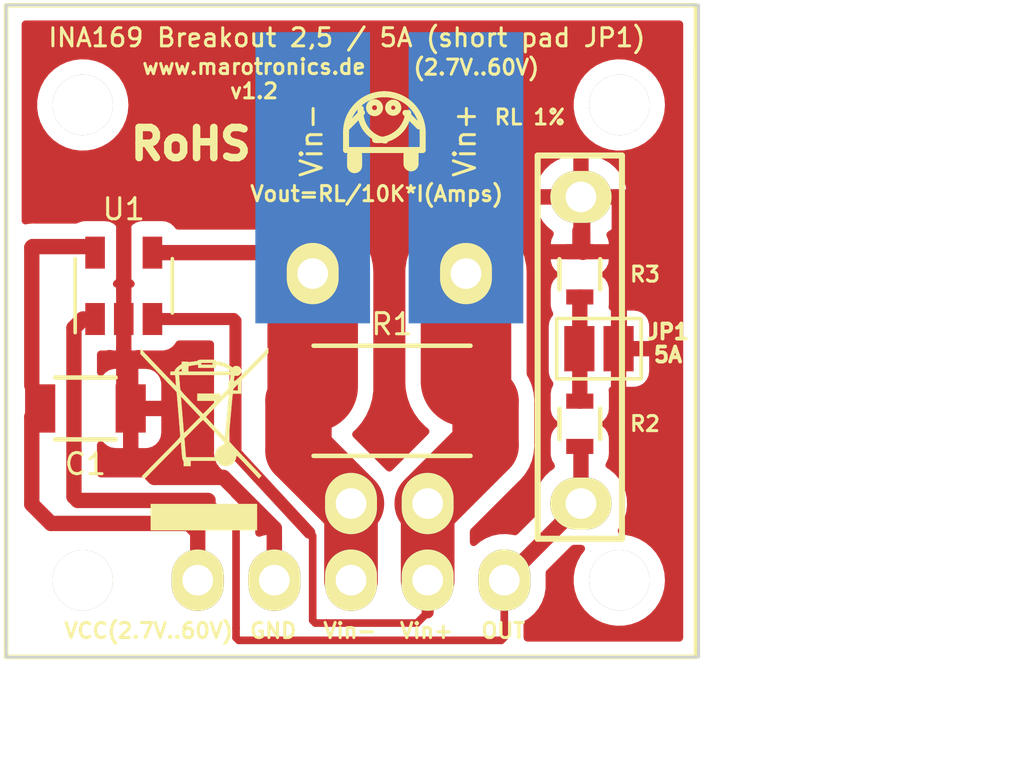
<source format=kicad_pcb>
(kicad_pcb (version 20210424) (generator pcbnew)
  (title_block (title "INA169_StromSensor") (date "2021-05-04") (rev "V1.2") (company "Uwe Zimprich"))
  (layers (0 "F.Cu" signal) (31 "B.Cu" signal) (34 "B.Paste" user) (35 "F.Paste" user) (36 "B.SilkS" user "B.Silkscreen") (37 "F.SilkS" user "F.Silkscreen") (38 "B.Mask" user) (39 "F.Mask" user) (44 "Edge.Cuts" user))
  (net 0 "")
  (net 1 "GND")
  (net 2 "/VCC")
  (net 3 "/Out")
  (net 4 "/Vin-")
  (net 5 "/Vin+")
  (net 6 "Net-(JP1-Pad1)")
  (footprint "Capacitors_SMD:C_1206" (layer "F.Cu") (at 139.192 105.156)
    (fp_text reference "C1" (at 0 1.8415) (layer "F.SilkS") (effects (font (size 0.7 0.7) (thickness 0.1))))
    (fp_text value "0.1uF" hide)
    (fp_line (start -1 1.025) (end 1 1.025) (layer "F.SilkS") (width 0.15))
    (fp_line (start 1 -1.025) (end -1 -1.025) (layer "F.SilkS") (width 0.15))
    (pad "1" smd rect locked (at -1.5 0) (size 1 1.6) (layers "F.Cu" "F.Paste" "F.Mask") (net 2 "/VCC"))
    (pad "2" smd rect locked (at 1.5 0) (size 1 1.6) (layers "F.Cu" "F.Paste" "F.Mask") (net 1 "GND"))
  )
  (footprint "Resistors_SMD:R_2512" (layer "F.Cu") (at 149.352 104.902 180)
    (fp_text reference "R1" (at 0 2.54) (layer "F.SilkS") (effects (font (size 0.7 0.7) (thickness 0.1))))
    (fp_text value "0.1 1% 2W" hide)
    (fp_line (start 2.6 1.825) (end -2.6 1.825) (layer "F.SilkS") (width 0.15))
    (fp_line (start -2.6 -1.825) (end 2.6 -1.825) (layer "F.SilkS") (width 0.15))
    (pad "1" smd rect locked (at -3.1 0 180) (size 1 3.2) (layers "F.Cu" "F.Paste" "F.Mask") (net 5 "/Vin+"))
    (pad "2" smd rect locked (at 3.1 0 180) (size 1 3.2) (layers "F.Cu" "F.Paste" "F.Mask") (net 4 "/Vin-"))
  )
  (footprint "Resistors_SMD:R_0603" (layer "F.Cu") (at 155.575 105.664 90)
    (fp_text reference "R2" (at 0 2.159) (layer "F.SilkS") (effects (font (size 0.5 0.5) (thickness 0.1))))
    (fp_text value "10K 1%" hide)
    (fp_line (start -0.5 -0.675) (end 0.5 -0.675) (layer "F.SilkS") (width 0.15))
    (fp_line (start 0.5 0.675) (end -0.5 0.675) (layer "F.SilkS") (width 0.15))
    (pad "1" smd rect locked (at -0.75 0 90) (size 0.5 0.9) (layers "F.Cu" "F.Paste" "F.Mask") (net 3 "/Out"))
    (pad "2" smd rect locked (at 0.75 0 90) (size 0.5 0.9) (layers "F.Cu" "F.Paste" "F.Mask") (net 6 "Net-(JP1-Pad1)"))
  )
  (footprint "Resistors_SMD:R_0603" (layer "F.Cu") (at 155.575 100.711 90)
    (fp_text reference "R3" (at 0 2.159) (layer "F.SilkS") (effects (font (size 0.5 0.5) (thickness 0.1))))
    (fp_text value "10K 1%" hide)
    (fp_line (start 0.5 0.675) (end -0.5 0.675) (layer "F.SilkS") (width 0.15))
    (fp_line (start -0.5 -0.675) (end 0.5 -0.675) (layer "F.SilkS") (width 0.15))
    (pad "1" smd rect locked (at -0.75 0 90) (size 0.5 0.9) (layers "F.Cu" "F.Paste" "F.Mask") (net 6 "Net-(JP1-Pad1)"))
    (pad "2" smd rect locked (at 0.75 0 90) (size 0.5 0.9) (layers "F.Cu" "F.Paste" "F.Mask") (net 1 "GND"))
  )
  (footprint "TO_SOT_Packages_SMD:SOT-23-5" (layer "F.Cu") (at 140.462 101.092 90)
    (fp_text reference "U1" (at 2.54 0) (layer "F.SilkS") (effects (font (size 0.7 0.7) (thickness 0.1))))
    (fp_text value "INA169_IC" hide)
    (fp_line (start 0.9 -1.61) (end -1.55 -1.61) (layer "F.SilkS") (width 0.12))
    (fp_line (start -0.9 1.61) (end 0.9 1.61) (layer "F.SilkS") (width 0.12))
    (pad "1" smd rect locked (at -1.1 -0.95 90) (size 1.06 0.65) (layers "F.Cu" "F.Paste" "F.Mask") (net 3 "/Out"))
    (pad "2" smd rect locked (at -1.1 0 90) (size 1.06 0.65) (layers "F.Cu" "F.Paste" "F.Mask") (net 1 "GND"))
    (pad "3" smd rect locked (at -1.1 0.95 90) (size 1.06 0.65) (layers "F.Cu" "F.Paste" "F.Mask") (net 5 "/Vin+"))
    (pad "4" smd rect locked (at 1.1 0.95 90) (size 1.06 0.65) (layers "F.Cu" "F.Paste" "F.Mask") (net 4 "/Vin-"))
    (pad "5" smd rect locked (at 1.1 -0.95 90) (size 1.06 0.65) (layers "F.Cu" "F.Paste" "F.Mask") (net 2 "/VCC"))
  )
  (footprint "Zimprich:ina169_breakout_footprint_mit_unterem_Lötpad" (layer "F.Cu") (at 147.9931 103.2256)
    (fp_text reference "J1" hide)
    (fp_text value "INA169 Breakout 2,5 / 5A (short pad JP1)" (at -0.137145 -10.35925) (layer "F.SilkS") (effects (font (size 0.6 0.6) (thickness 0.1))))
    (fp_line (start 11.43 -8.89) (end 11.43 -10.16) (layer "F.SilkS") (width 0.15))
    (fp_line (start 11.43 10.16) (end -11.43 10.16) (layer "F.SilkS") (width 0.15))
    (fp_line (start 11.43 10.16) (end 11.43 -8.89) (layer "F.SilkS") (width 0.15))
    (fp_line (start -11.43 -8.89) (end -11.43 -11.43) (layer "F.SilkS") (width 0.15))
    (fp_line (start -11.43 -11.43) (end 11.43 -11.43) (layer "F.SilkS") (width 0.15))
    (fp_line (start -11.43 -8.89) (end -11.43 10.16) (layer "F.SilkS") (width 0.15))
    (fp_line (start 11.43 -11.43) (end 11.43 -8.89) (layer "F.SilkS") (width 0.15))
    (pad "" thru_hole circle locked (at 8.89 7.62) (size 2 2) (drill 2) (layers *.Cu *.Mask "F.SilkS"))
    (pad "" thru_hole circle locked (at 8.89 -8.128) (size 2 2) (drill 2) (layers *.Cu *.Mask "F.SilkS"))
    (pad "" thru_hole circle locked (at -8.89 7.62) (size 2 2) (drill 2) (layers *.Cu *.Mask "F.SilkS"))
    (pad "" thru_hole circle locked (at -8.89 -8.128) (size 2 2) (drill 2) (layers *.Cu *.Mask "F.SilkS"))
    (pad "1" thru_hole oval locked (at -5.08 7.62) (size 1.72 2.032) (drill 1.016) (layers *.Cu *.Mask "F.SilkS") (net 2 "/VCC"))
    (pad "2" thru_hole oval locked (at 7.62 -5.08) (size 2.032 1.72) (drill 1.016) (layers *.Cu *.Mask "F.SilkS") (net 1 "GND"))
    (pad "2" thru_hole oval locked (at -2.54 7.62) (size 1.72 2.032) (drill 1.016) (layers *.Cu *.Mask "F.SilkS") (net 1 "GND"))
    (pad "3" thru_hole oval locked (at 0 7.62) (size 1.72 2.032) (drill 1.016) (layers *.Cu *.Mask "F.SilkS") (net 4 "/Vin-"))
    (pad "3" thru_hole oval locked (at 0 5.08) (size 1.72 2.032) (drill 1.016) (layers *.Cu *.Mask "F.SilkS") (net 4 "/Vin-"))
    (pad "3" connect rect locked (at -1.27 -5.715) (size 3.8 9.65) (layers "B.Cu" "B.Mask") (net 4 "/Vin-"))
    (pad "3" thru_hole oval locked (at -1.27 -2.54) (size 1.72 2.032) (drill 1.016) (layers *.Cu *.Mask "F.SilkS") (net 4 "/Vin-"))
    (pad "4" thru_hole oval locked (at 3.81 -2.54) (size 1.72 2.032) (drill 1.016) (layers *.Cu *.Mask "F.SilkS") (net 5 "/Vin+"))
    (pad "4" thru_hole oval locked (at 2.54 7.62) (size 1.72 2.032) (drill 1.016) (layers *.Cu *.Mask "F.SilkS") (net 5 "/Vin+"))
    (pad "4" thru_hole oval locked (at 2.54 5.08) (size 1.72 2.032) (drill 1.016) (layers *.Cu *.Mask "F.SilkS") (net 5 "/Vin+"))
    (pad "4" smd rect locked (at 3.81 -5.715) (size 3.8 9.65) (layers "B.Cu" "B.Mask") (net 5 "/Vin+"))
    (pad "5" thru_hole oval locked (at 7.62 5.08) (size 2.032 1.72) (drill 1.016) (layers *.Cu *.Mask "F.SilkS") (net 3 "/Out"))
    (pad "5" thru_hole oval locked (at 5.08 7.62) (size 1.72 2.032) (drill 1.016) (layers *.Cu *.Mask "F.SilkS") (net 3 "/Out"))
  )
  (footprint "Symbol:WEEE-Logo_4.2x6mm_SilkScreen" (layer "F.Cu") (at 143.129 106.172)
    (fp_text reference "H1" hide)
    (fp_text value "Mülleimer" hide)
    (fp_poly (pts (xy 2.12443 -2.935152) (xy 2.123811 -2.848069) (xy 1.672086 -2.389109) (xy 1.220361 -1.930148) (xy 1.220032 -1.719529) (xy 1.219703 -1.508911) (xy 0.94461 -1.508911) (xy 0.937522 -1.45547) (xy 0.934838 -1.431112) (xy 0.930313 -1.385241) (xy 0.924191 -1.320595) (xy 0.916712 -1.239909) (xy 0.908119 -1.145919) (xy 0.898654 -1.041363) (xy 0.888558 -0.928975) (xy 0.878074 -0.811493) (xy 0.867444 -0.691652) (xy 0.856909 -0.572189) (xy 0.846713 -0.455841) (xy 0.837095 -0.345343) (xy 0.8283 -0.243431) (xy 0.820568 -0.152842) (xy 0.814142 -0.076313) (xy 0.809263 -0.016579) (xy 0.806175 0.023624) (xy 0.805117 0.041559) (xy 0.805118 0.041644) (xy 0.812827 0.056035) (xy 0.835981 0.085748) (xy 0.874895 0.131131) (xy 0.929884 0.192529) (xy 1.001264 0.270288) (xy 1.089349 0.364754) (xy 1.194454 0.476272) (xy 1.316895 0.605188) (xy 1.35131 0.641287) (xy 1.897137 1.213416) (xy 1.808881 1.301436) (xy 1.737485 1.223758) (xy 1.711366 1.195686) (xy 1.670566 1.152274) (xy 1.617777 1.096366) (xy 1.555691 1.030808) (xy 1.487 0.958441) (xy 1.414396 0.882112) (xy 1.37096 0.836524) (xy 1.289416 0.751119) (xy 1.223504 0.68271) (xy 1.171544 0.630053) (xy 1.131855 0.591905) (xy 1.102757 0.56702) (xy 1.082569 0.554156) (xy 1.06961 0.552068) (xy 1.0622 0.559513) (xy 1.058658 0.575246) (xy 1.057303 0.598023) (xy 1.057121 0.604239) (xy 1.047703 0.647061) (xy 1.024497 0.698819) (xy 0.992136 0.751328) (xy 0.955252 0.796403) (xy 0.940493 0.810328) (xy 0.864767 0.859047) (xy 0.776308 0.886306) (xy 0.6981 0.892773) (xy 0.609468 0.880576) (xy 0.527612 0.844813) (xy 0.455164 0.786722) (xy 0.441797 0.772262) (xy 0.392918 0.716733) (xy -0.452674 0.716733) (xy -0.452674 0.892773) (xy -0.67901 0.892773) (xy -0.67901 0.810531) (xy -0.68185 0.754386) (xy -0.691393 0.715416) (xy -0.702991 0.694219) (xy -0.711277 0.679052) (xy -0.718373 0.657062) (xy -0.724748 0.624987) (xy -0.730872 0.579569) (xy -0.737216 0.517548) (xy -0.74425 0.435662) (xy -0.749066 0.374746) (xy -0.771161 0.089343) (xy -1.313565 0.638805) (xy -1.411637 0.738228) (xy -1.505784 0.833815) (xy -1.594285 0.92381) (xy -1.67542 1.006457) (xy -1.747469 1.080001) (xy -1.808712 1.142684) (xy -1.857427 1.192752) (xy -1.891896 1.228448) (xy -1.910379 1.247995) (xy -1.940743 1.278944) (xy -1.966071 1.30053) (xy -1.979695 1.307723) (xy -1.997095 1.299297) (xy -2.02246 1.278245) (xy -2.031058 1.269671) (xy -2.067514 1.23162) (xy -1.866802 1.027658) (xy -1.815596 0.975699) (xy -1.749569 0.90882) (xy -1.671618 0.82995) (xy -1.584638 0.742014) (xy -1.491526 0.647941) (xy -1.395179 0.550658) (xy -1.298492 0.453093) (xy -1.229134 0.383145) (xy -1.123703 0.27655) (xy -1.035129 0.186307) (xy -0.962281 0.111192) (xy -0.904023 0.049986) (xy -0.859225 0.001466) (xy -0.837021 -0.023871) (xy -0.658724 -0.023871) (xy -0.636401 0.261555) (xy -0.629669 0.345219) (xy -0.623157 0.421727) (xy -0.617234 0.487081) (xy -0.612268 0.537281) (xy -0.608629 0.568329) (xy -0.607458 0.575273) (xy -0.600838 0.603565) (xy 0.348636 0.603565) (xy 0.354974 0.524606) (xy 0.37411 0.431315) (xy 0.414154 0.348791) (xy 0.472582 0.280038) (xy 0.546871 0.228063) (xy 0.630252 0.196863) (xy 0.657302 0.182228) (xy 0.670844 0.150819) (xy 0.671128 0.149434) (xy 0.672753 0.136174) (xy 0.670744 0.122595) (xy 0.663142 0.106181) (xy 0.647984 0.084411) (xy 0.623312 0.054767) (xy 0.587164 0.014732) (xy 0.53758 -0.038215) (xy 0.472599 -0.106591) (xy 0.468401 -0.110995) (xy 0.398507 -0.184389) (xy 0.3242 -0.262563) (xy 0.250586 -0.340136) (xy 0.182771 -0.411725) (xy 0.12586 -0.471949) (xy 0.113168 -0.485413) (xy 0.064513 -0.53618) (xy 0.021291 -0.579625) (xy -0.013395 -0.612759) (xy -0.036444 -0.632595) (xy -0.044182 -0.636954) (xy -0.055722 -0.62783) (xy -0.08271 -0.6028) (xy -0.123021 -0.563948) (xy -0.174529 -0.513357) (xy -0.235109 -0.453112) (xy -0.302636 -0.385296) (xy -0.357826 -0.329435) (xy -0.658724 -0.023871) (xy -0.837021 -0.023871) (xy -0.826751 -0.035589) (xy -0.805471 -0.062401) (xy -0.794251 -0.080192) (xy -0.791754 -0.08843) (xy -0.7927 -0.10641) (xy -0.795573 -0.147108) (xy -0.800187 -0.208181) (xy -0.806358 -0.287287) (xy -0.813898 -0.382086) (xy -0.822621 -0.490233) (xy -0.832343 -0.609388) (xy -0.842876 -0.737209) (xy -0.851365 -0.839365) (xy -0.899396 -1.415326) (xy -0.775805 -1.415326) (xy -0.775273 -1.402896) (xy -0.772769 -1.36789) (xy -0.768496 -1.312785) (xy -0.762653 -1.240057) (xy -0.755443 -1.152186) (xy -0.747066 -1.051649) (xy -0.737723 -0.940923) (xy -0.728758 -0.835795) (xy -0.718602 -0.716517) (xy -0.709142 -0.60392) (xy -0.700596 -0.500695) (xy -0.693179 -0.409527) (xy -0.687108 -0.333105) (xy -0.682601 -0.274117) (xy -0.679873 -0.235251) (xy -0.679116 -0.220156) (xy -0.677935 -0.210762) (xy -0.673256 -0.207034) (xy -0.663276 -0.210529) (xy -0.64619 -0.222801) (xy -0.620196 -0.245406) (xy -0.58349 -0.2799) (xy -0.534267 -0.327838) (xy -0.470726 -0.390776) (xy -0.403305 -0.458032) (xy -0.127601 -0.733523) (xy -0.129533 -0.735594) (xy 0.05271 -0.735594) (xy 0.061016 -0.72422) (xy 0.084267 -0.697437) (xy 0.120135 -0.657708) (xy 0.166287 -0.607493) (xy 0.220394 -0.549254) (xy 0.280126 -0.485453) (xy 0.343152 -0.418551) (xy 0.407142 -0.35101) (xy 0.469764 -0.28529) (xy 0.52869 -0.223854) (xy 0.581588 -0.169163) (xy 0.626128 -0.123678) (xy 0.65998 -0.089862) (xy 0.680812 -0.070174) (xy 0.686494 -0.066163) (xy 0.688366 -0.079109) (xy 0.692254 -0.114866) (xy 0.697943 -0.171196) (xy 0.705219 -0.24586) (xy 0.713869 -0.33662) (xy 0.723678 -0.441238) (xy 0.734434 -0.557474) (xy 0.745921 -0.683092) (xy 0.755093 -0.784382) (xy 0.766826 -0.915721) (xy 0.777665 -1.039448) (xy 0.78743 -1.153319) (xy 0.795937 -1.255089) (xy 0.803005 -1.342513) (xy 0.808451 -1.413347) (xy 0.812092 -1.465347) (xy 0.813747 -1.496268) (xy 0.813558 -1.504297) (xy 0.803666 -1.497146) (xy 0.778476 -1.474159) (xy 0.74019 -1.437561) (xy 0.691011 -1.389578) (xy 0.633139 -1.332434) (xy 0.568778 -1.268353) (xy 0.500129 -1.199562) (xy 0.429395 -1.128284) (xy 0.358778 -1.056745) (xy 0.29048 -0.98717) (xy 0.226704 -0.921783) (xy 0.16965 -0.862809) (xy 0.121522 -0.812473) (xy 0.084522 -0.773001) (xy 0.060852 -0.746617) (xy 0.05271 -0.735594) (xy -0.129533 -0.735594) (xy -0.230409 -0.843705) (xy -0.282768 -0.899623) (xy -0.341535 -0.962052) (xy -0.404385 -1.028557) (xy -0.468995 -1.096702) (xy -0.533042 -1.164052) (xy -0.594203 -1.228172) (xy -0.650153 -1.286628) (xy -0.69857 -1.336982) (xy -0.73713 -1.376802) (xy -0.763509 -1.40365) (xy -0.775384 -1.415092) (xy -0.775805 -1.415326) (xy -0.899396 -1.415326) (xy -0.911401 -1.559274) (xy -1.511938 -2.190842) (xy -2.112475 -2.822411) (xy -2.112034 -2.910685) (xy -2.111592 -2.99896) (xy -2.014583 -2.895334) (xy -1.960291 -2.837537) (xy -1.896192 -2.769632) (xy -1.824016 -2.693428) (xy -1.745492 -2.610731) (xy -1.662349 -2.523347) (xy -1.576319 -2.433085) (xy -1.48913 -2.34175) (xy -1.402513 -2.251151) (xy -1.318197 -2.163093) (xy -1.237912 -2.079385) (xy -1.163387 -2.001833) (xy -1.096354 -1.932243) (xy -1.038541 -1.872424) (xy -0.991679 -1.824182) (xy -0.957496 -1.789324) (xy -0.937724 -1.769657) (xy -0.93339 -1.765884) (xy -0.933092 -1.779008) (xy -0.934731 -1.812611) (xy -0.938023 -1.86212) (xy -0.942682 -1.922963) (xy -0.944682 -1.947268) (xy -0.959577 -2.125049) (xy -0.842955 -2.125049) (xy -0.836934 -2.096757) (xy -0.833863 -2.074382) (xy -0.829548 -2.032283) (xy -0.824488 -1.975822) (xy -0.819181 -1.910365) (xy -0.817344 -1.886138) (xy -0.811927 -1.816579) (xy -0.806459 -1.751982) (xy -0.801488 -1.698452) (xy -0.797561 -1.66209) (xy -0.796675 -1.655491) (xy -0.793334 -1.641944) (xy -0.786101 -1.626086) (xy -0.77344 -1.606139) (xy -0.753811 -1.580327) (xy -0.725678 -1.546871) (xy -0.687502 -1.503993) (xy -0.637746 -1.449917) (xy -0.574871 -1.382864) (xy -0.497341 -1.301057) (xy -0.418251 -1.21805) (xy -0.339564 -1.135906) (xy -0.266112 -1.059831) (xy -0.199724 -0.991675) (xy -0.142227 -0.933288) (xy -0.095451 -0.886519) (xy -0.061224 -0.853218) (xy -0.041373 -0.835233) (xy -0.03714 -0.832558) (xy -0.026003 -0.842259) (xy 0.000029 -0.867559) (xy 0.03843 -0.905918) (xy 0.086672 -0.9548) (xy 0.14223 -1.011666) (xy 0.182408 -1.053094) (xy 0.392169 -1.27) (xy -0.226337 -1.27) (xy -0.226337 -1.508911) (xy 0.528119 -1.508911) (xy 0.528119 -1.402458) (xy 0.666435 -1.540346) (xy 0.764553 -1.63816) (xy 0.955643 -1.63816) (xy 0.957471 -1.62273) (xy 0.966723 -1.614133) (xy 0.98905 -1.610387) (xy 1.030105 -1.609511) (xy 1.037376 -1.609505) (xy 1.119109 -1.609505) (xy 1.119109 -1.828828) (xy 1.037376 -1.747821) (xy 0.99127 -1.698572) (xy 0.963694 -1.660841) (xy 0.955643 -1.63816) (xy 0.764553 -1.63816) (xy 0.804752 -1.678234) (xy 0.804752 -1.801048) (xy 0.805137 -1.85755) (xy 0.8069 -1.893495) (xy 0.81095 -1.91347) (xy 0.818199 -1.922063) (xy 0.82913 -1.923861) (xy 0.841288 -1.926502) (xy 0.850273 -1.937088) (xy 0.857174 -1.959619) (xy 0.863076 -1.998091) (xy 0.869065 -2.056502) (xy 0.870987 -2.077896) (xy 0.875148 -2.125049) (xy -0.842955 -2.125049) (xy -0.959577 -2.125049) (xy -1.119109 -2.125049) (xy -1.119109 -2.238218) (xy -1.051314 -2.238218) (xy -1.011662 -2.239304) (xy -0.990116 -2.244546) (xy -0.98748 -2.247666) (xy -0.848616 -2.247666) (xy -0.841308 -2.240538) (xy -0.815993 -2.238338) (xy -0.798908 -2.238218) (xy -0.741881 -2.238218) (xy -0.529221 -2.238218) (xy 0.885302 -2.238218) (xy 0.837458 -2.287214) (xy 0.76315 -2.347676) (xy 0.671184 -2.394309) (xy 0.560002 -2.427751) (xy 0.449529 -2.446247) (xy 0.377227 -2.454878) (xy 0.377227 -2.36396) (xy -0.201188 -2.36396) (xy -0.201188 -2.467107) (xy -0.286065 -2.458504) (xy -0.345368 -2.451244) (xy -0.408551 -2.441621) (xy -0.446386 -2.434748) (xy -0.521832 -2.419593) (xy -0.525526 -2.328905) (xy -0.529221 -2.238218) (xy -0.741881 -2.238218) (xy -0.741881 -2.288515) (xy -0.743544 -2.320024) (xy -0.747697 -2.337537) (xy -0.749371 -2.338812) (xy -0.767987 -2.330746) (xy -0.795183 -2.31118) (xy -0.822448 -2.287056) (xy -0.841267 -2.265318) (xy -0.842943 -2.262492) (xy -0.848616 -2.247666) (xy -0.98748 -2.247666) (xy -0.979662 -2.256919) (xy -0.975442 -2.270396) (xy -0.958219 -2.305373) (xy -0.925138 -2.347421) (xy -0.881893 -2.390644) (xy -0.834174 -2.429146) (xy -0.80283 -2.449199) (xy -0.767123 -2.471149) (xy -0.748819 -2.489589) (xy -0.742388 -2.511332) (xy -0.741894 -2.524282) (xy -0.741894 -2.527425) (xy -0.100594 -2.527425) (xy -0.100594 -2.464554) (xy 0.276633 -2.464554) (xy 0.276633 -2.527425) (xy -0.100594 -2.527425) (xy -0.741894 -2.527425) (xy -0.741881 -2.565148) (xy -0.636048 -2.565148) (xy -0.587355 -2.563971) (xy -0.549405 -2.560835) (xy -0.528308 -2.556329) (xy -0.526023 -2.554505) (xy -0.512641 -2.551705) (xy -0.480074 -2.552852) (xy -0.433916 -2.557607) (xy -0.402376 -2.561997) (xy -0.345188 -2.570622) (xy -0.292886 -2.578409) (xy -0.253582 -2.584153) (xy -0.242055 -2.585785) (xy -0.211937 -2.595112) (xy -0.201188 -2.609728) (xy -0.19792 -2.61568) (xy -0.18623 -2.620222) (xy -0.163288 -2.62353) (xy -0.126265 -2.625785) (xy -0.072332 -2.627166) (xy 0.00134 -2.62785) (xy 0.08802 -2.62802) (xy 0.180529 -2.627923) (xy 0.250906 -2.62747) (xy 0.302164 -2.62641) (xy 0.33732 -2.624497) (xy 0.359389 -2.621481) (xy 0.371385 -2.617115) (xy 0.376324 -2.611151) (xy 0.377227 -2.604216) (xy 0.384921 -2.582205) (xy 0.410121 -2.569679) (xy 0.456009 -2.565212) (xy 0.464264 -2.565148) (xy 0.541973 -2.557132) (xy 0.630233 -2.535064) (xy 0.721085 -2.501916) (xy 0.80657 -2.460661) (xy 0.878726 -2.414269) (xy 0.888072 -2.406918) (xy 0.918533 -2.383002) (xy 0.936572 -2.373424) (xy 0.949169 -2.37652) (xy 0.9621 -2.389296) (xy 1.000293 -2.414322) (xy 1.049998 -2.423929) (xy 1.103524 -2.418933) (xy 1.153178 -2.400149) (xy 1.191267 -2.368394) (xy 1.194025 -2.364703) (xy 1.222526 -2.305425) (xy 1.227828 -2.244066) (xy 1.210518 -2.185573) (xy 1.17118 -2.134896) (xy 1.16637 -2.130711) (xy 1.13844 -2.110833) (xy 1.110102 -2.102079) (xy 1.070263 -2.101447) (xy 1.060311 -2.102008) (xy 1.021332 -2.103438) (xy 1.001254 -2.100161) (xy 0.993985 -2.090272) (xy 0.99324 -2.081039) (xy 0.991716 -2.054256) (xy 0.987935 -2.013975) (xy 0.985218 -1.989876) (xy 0.981277 -1.951599) (xy 0.982916 -1.932004) (xy 0.992421 -1.924842) (xy 1.009351 -1.923861) (xy 1.019392 -1.927099) (xy 1.03559 -1.93758) (xy 1.059145 -1.956452) (xy 1.091257 -1.984865) (xy 1.133128 -2.023965) (xy 1.185957 -2.074903) (xy 1.250945 -2.138827) (xy 1.329291 -2.216886) (xy 1.422197 -2.310228) (xy 1.530863 -2.420002) (xy 1.583231 -2.473048) (xy 2.125049 -3.022233) (xy 2.12443 -2.935152)) (layer "F.SilkS") (width 0.01) (fill solid))
    (fp_poly (pts (xy 1.747822 3.017822) (xy -1.772971 3.017822) (xy -1.772971 2.150198) (xy 1.747822 2.150198) (xy 1.747822 3.017822)) (layer "F.SilkS") (width 0.01) (fill solid))
  )
  (footprint "Jumper:SolderJumper-2_P1.3mm_Open_Pad1.0x1.5mm" (layer "F.Cu") (at 156.21 103.1748)
    (fp_text reference "JP1" (at 2.286 -0.5588) (layer "F.SilkS") (effects (font (size 0.5 0.5) (thickness 0.125))))
    (fp_text value "5A" (at 2.286 0.2032) (layer "F.SilkS") (effects (font (size 0.5 0.5) (thickness 0.125))))
    (fp_line (start -1.4 1) (end -1.4 -1) (layer "F.SilkS") (width 0.12))
    (fp_line (start 1.4 -1) (end 1.4 1) (layer "F.SilkS") (width 0.12))
    (fp_line (start -1.4 -1) (end 1.4 -1) (layer "F.SilkS") (width 0.12))
    (fp_line (start 1.4 1) (end -1.4 1) (layer "F.SilkS") (width 0.12))
    (pad "1" smd rect locked (at -0.65 0) (size 1 1.5) (layers "F.Cu" "F.Mask") (net 6 "Net-(JP1-Pad1)"))
    (pad "2" smd rect locked (at 0.65 0) (size 1 1.5) (layers "F.Cu" "F.Mask") (net 1 "GND"))
  )
  (gr_line (start 149.79904 95.36176) (end 150.24608 95.8088) (angle 90) (layer "F.SilkS") (width 0.2))
  (gr_line (start 149.98192 97.04832) (end 149.98192 96.7392) (angle 90) (layer "F.SilkS") (width 0.5))
  (gr_circle (center 149.39264 95.18904) (end 149.48232 95.33128) (layer "F.SilkS") (width 0.2) (fill none))
  (gr_line (start 148.11248 97.10928) (end 148.11248 96.77984) (angle 90) (layer "F.SilkS") (width 0.5))
  (gr_line (start 156.972 109.474) (end 156.972 96.774) (angle 90) (layer "F.SilkS") (width 0.2))
  (gr_arc (start 149.098 96.012) (end 147.828 96.012) (angle 90) (layer "F.SilkS") (width 0.2))
  (gr_arc (start 148.8948 95.26016) (end 149.89048 95.36176) (angle 90) (layer "F.SilkS") (width 0.2))
  (gr_line (start 148.35632 95.3516) (end 147.88896 95.81896) (angle 90) (layer "F.SilkS") (width 0.2))
  (gr_line (start 147.828 96.012) (end 147.828 96.59112) (angle 90) (layer "F.SilkS") (width 0.2))
  (gr_line (start 156.972 96.774) (end 154.178 96.774) (angle 90) (layer "F.SilkS") (width 0.2))
  (gr_arc (start 149.098 96.012) (end 149.098 94.742) (angle 90) (layer "F.SilkS") (width 0.2))
  (gr_line (start 154.178 109.474) (end 156.972 109.474) (angle 90) (layer "F.SilkS") (width 0.2))
  (gr_line (start 147.828 96.59112) (end 150.368 96.59112) (angle 90) (layer "F.SilkS") (width 0.2))
  (gr_line (start 150.368 96.59112) (end 150.368 96.012) (angle 90) (layer "F.SilkS") (width 0.2))
  (gr_line (start 154.178 96.774) (end 154.178 109.474) (angle 90) (layer "F.SilkS") (width 0.2))
  (gr_circle (center 148.77288 95.18904) (end 148.93544 95.27032) (layer "F.SilkS") (width 0.2) (fill none))
  (gr_arc (start 149.2504 95.34144) (end 149.12848 96.27616) (angle 90) (layer "F.SilkS") (width 0.2))
  (gr_line (start 159.51 91.79) (end 159.51 113.39) (angle 90) (layer "Edge.Cuts") (width 0.1))
  (gr_line (start 159.51 113.39) (end 136.57 113.39) (angle 90) (layer "Edge.Cuts") (width 0.1))
  (gr_line (start 136.57 91.79) (end 159.51 91.79) (angle 90) (layer "Edge.Cuts") (width 0.1))
  (gr_line (start 136.57 113.39) (end 136.57 91.79) (angle 90) (layer "Edge.Cuts") (width 0.1))
  (gr_text "RoHS" (at 142.6845 96.393) (layer "F.SilkS") (effects (font (size 1 1) (thickness 0.25))))
  (gr_text "Vin-" (at 146.685 96.266 90) (layer "F.SilkS") (effects (font (size 0.7 0.7) (thickness 0.1))))
  (gr_text "Vin-" (at 147.955 112.522) (layer "F.SilkS") (effects (font (size 0.5 0.5) (thickness 0.1))))
  (gr_text "(2.7V..60V)" (at 152.146 93.853) (layer "F.SilkS") (effects (font (size 0.5 0.5) (thickness 0.1))))
  (gr_text "OUT" (at 153.035 112.522) (layer "F.SilkS") (effects (font (size 0.5 0.5) (thickness 0.1))))
  (gr_text "RL 1%" (at 153.924 95.504) (layer "F.SilkS") (effects (font (size 0.5 0.5) (thickness 0.1))))
  (gr_text "GND" (at 145.415 112.522) (layer "F.SilkS") (effects (font (size 0.5 0.5) (thickness 0.1))))
  (gr_text "VCC(2.7V..60V)" (at 141.2875 112.522) (layer "F.SilkS") (effects (font (size 0.5 0.5) (thickness 0.1))))
  (gr_text "www.marotronics.de\nv1.2" (at 144.78 94.234) (layer "F.SilkS") (effects (font (size 0.5 0.5) (thickness 0.1))))
  (gr_text "Vin+" (at 151.765 96.266 90) (layer "F.SilkS") (effects (font (size 0.7 0.7) (thickness 0.1))))
  (gr_text "Vin+" (at 150.495 112.522) (layer "F.SilkS") (effects (font (size 0.5 0.5) (thickness 0.1))))
  (gr_text "Vout=RL/10K*I(Amps)" (at 148.844 98.044) (layer "F.SilkS") (effects (font (size 0.5 0.5) (thickness 0.1))))
  (segment (start 155.6639 98.1964) (end 155.6131 98.1456) (width 0.254) (layer "F.Cu") (net 1))
  (segment (start 156.8831 98.2091) (end 156.8196 98.1456) (width 0.508) (layer "F.Cu") (net 1))
  (segment (start 156.8196 98.1456) (end 155.6131 98.1456) (width 0.508) (layer "F.Cu") (net 1))
  (segment (start 140.4874 98.1456) (end 140.462 98.171) (width 0.508) (layer "F.Cu") (net 1))
  (segment (start 140.462 98.171) (end 140.462 102.192) (width 0.508) (layer "F.Cu") (net 1))
  (segment (start 140.462 104.926) (end 140.692 105.156) (width 0.254) (layer "F.Cu") (net 1))
  (segment (start 140.692 106.656) (end 141.477998 107.441998) (width 0.508) (layer "F.Cu") (net 1))
  (segment (start 141.477998 107.441998) (end 143.763998 107.441998) (width 0.508) (layer "F.Cu") (net 1))
  (segment (start 143.763998 107.441998) (end 145.4531 109.1311) (width 0.508) (layer "F.Cu") (net 1))
  (segment (start 145.4531 109.1311) (end 145.4531 110.8456) (width 0.508) (layer "F.Cu") (net 1))
  (segment (start 140.692 105.156) (end 140.692 106.656) (width 0.508) (layer "F.Cu") (net 1))
  (segment (start 155.6131 98.1456) (end 140.4874 98.1456) (width 0.508) (layer "F.Cu") (net 1))
  (segment (start 140.462 102.192) (end 140.462 104.926) (width 0.508) (layer "F.Cu") (net 1))
  (segment (start 155.6766 99.98386) (end 155.6639 98.1964) (width 0.508) (layer "F.Cu") (net 1))
  (segment (start 156.8831 103.2256) (end 156.8831 98.2091) (width 0.508) (layer "F.Cu") (net 1))
  (segment (start 139.507572 99.796328) (end 139.512 99.7919) (width 0.254) (layer "F.Cu") (net 2))
  (segment (start 137.4441 99.7919) (end 137.414 99.822) (width 0.508) (layer "F.Cu") (net 2))
  (segment (start 137.414 99.822) (end 137.414 104.394) (width 0.508) (layer "F.Cu") (net 2))
  (segment (start 137.414 104.394) (end 137.692 105.156) (width 0.254) (layer "F.Cu") (net 2))
  (segment (start 142.9131 109.2581) (end 142.621 108.966) (width 0.508) (layer "F.Cu") (net 2))
  (segment (start 142.621 108.966) (end 138.049 108.966) (width 0.508) (layer "F.Cu") (net 2))
  (segment (start 138.049 108.966) (end 137.414 108.331) (width 0.508) (layer "F.Cu") (net 2))
  (segment (start 137.414 105.434) (end 137.692 105.156) (width 0.508) (layer "F.Cu") (net 2))
  (segment (start 137.414 105.434) (end 137.414 108.331) (width 0.508) (layer "F.Cu") (net 2))
  (segment (start 139.512 99.7919) (end 137.4441 99.7919) (width 0.508) (layer "F.Cu") (net 2))
  (segment (start 142.9131 109.2581) (end 142.9131 110.8456) (width 0.508) (layer "F.Cu") (net 2))
  (segment (start 155.6131 106.5537) (end 155.5496 106.4902) (width 0.254) (layer "F.Cu") (net 3))
  (segment (start 139.108 102.192) (end 138.811 102.489) (width 0.508) (layer "F.Cu") (net 3))
  (segment (start 138.811 102.489) (end 138.811 108.076998) (width 0.508) (layer "F.Cu") (net 3))
  (segment (start 138.811 108.076998) (end 138.938002 108.204) (width 0.508) (layer "F.Cu") (net 3))
  (segment (start 138.938002 108.204) (end 143.256 108.204) (width 0.508) (layer "F.Cu") (net 3))
  (segment (start 144.1831 112.4204) (end 144.1831 109.1311) (width 0.254) (layer "F.Cu") (net 3))
  (segment (start 153.0731 112.7379) (end 152.9715 112.8395) (width 0.254) (layer "F.Cu") (net 3))
  (segment (start 152.9715 112.8395) (end 144.272 112.8395) (width 0.254) (layer "F.Cu") (net 3))
  (segment (start 144.272 112.8395) (end 144.1831 112.7506) (width 0.254) (layer "F.Cu") (net 3))
  (segment (start 144.1831 112.7506) (end 144.1831 112.4204) (width 0.254) (layer "F.Cu") (net 3))
  (segment (start 144.1831 109.1311) (end 143.256 108.204) (width 0.254) (layer "F.Cu") (net 3))
  (segment (start 153.0731 110.8456) (end 155.6131 108.3056) (width 0.508) (layer "F.Cu") (net 3))
  (segment (start 155.6131 108.3056) (end 155.6131 106.5537) (width 0.508) (layer "F.Cu") (net 3))
  (segment (start 153.0731 110.8456) (end 153.0731 112.7379) (width 0.254) (layer "F.Cu") (net 3))
  (segment (start 139.108 102.192) (end 139.512 102.192) (width 0.508) (layer "F.Cu") (net 3))
  (segment (start 146.7231 104.4309) (end 146.252 104.902) (width 2.2) (layer "F.Cu") (net 4))
  (segment (start 146.252 106.5645) (end 147.9931 108.3056) (width 2.2) (layer "F.Cu") (net 4))
  (segment (start 145.8294 99.7919) (end 146.7231 100.6856) (width 0.254) (layer "F.Cu") (net 4))
  (segment (start 146.0295 99.992) (end 146.7231 100.6856) (width 0.508) (layer "F.Cu") (net 4))
  (segment (start 146.252 104.902) (end 146.252 106.5645) (width 2.2) (layer "F.Cu") (net 4))
  (segment (start 146.7231 100.6856) (end 146.7231 104.4309) (width 3) (layer "F.Cu") (net 4))
  (segment (start 141.412 99.992) (end 146.0295 99.992) (width 0.508) (layer "F.Cu") (net 4))
  (segment (start 147.9931 110.8456) (end 147.9931 108.3056) (width 1.778) (layer "F.Cu") (net 4))
  (segment (start 150.622 108.2167) (end 150.5331 108.3056) (width 0.254) (layer "F.Cu") (net 5))
  (segment (start 144.16325 106.627355) (end 146.612098 109.274098) (width 0.4) (layer "F.Cu") (net 5))
  (segment (start 151.8031 104.2531) (end 152.452 104.902) (width 0.254) (layer "F.Cu") (net 5))
  (segment (start 151.8031 104.2531) (end 152.452 104.902) (width 2.2) (layer "F.Cu") (net 5))
  (segment (start 152.452 106.3867) (end 150.5331 108.3056) (width 2.2) (layer "F.Cu") (net 5))
  (segment (start 144.102 102.192) (end 144.16325 102.25325) (width 0.4) (layer "F.Cu") (net 5))
  (segment (start 144.16325 102.25325) (end 144.16325 106.627355) (width 0.4) (layer "F.Cu") (net 5))
  (segment (start 150.5331 111.912398) (end 150.177498 112.268) (width 0.254) (layer "F.Cu") (net 5))
  (segment (start 150.177498 112.268) (end 147.193 112.268) (width 0.254) (layer "F.Cu") (net 5))
  (segment (start 146.812 112.268) (end 146.723098 112.179098) (width 0.254) (layer "F.Cu") (net 5))
  (segment (start 146.723098 112.179098) (end 146.723098 109.385098) (width 0.254) (layer "F.Cu") (net 5))
  (segment (start 146.723098 109.385098) (end 146.612098 109.274098) (width 0.254) (layer "F.Cu") (net 5))
  (segment (start 150.5331 110.8456) (end 150.5331 108.3056) (width 1.778) (layer "F.Cu") (net 5))
  (segment (start 141.412 102.192) (end 144.102 102.192) (width 0.4) (layer "F.Cu") (net 5))
  (segment (start 147.193 112.268) (end 146.812 112.268) (width 0.254) (layer "F.Cu") (net 5))
  (segment (start 150.5331 111.912398) (end 150.5331 110.8456) (width 0.4) (layer "F.Cu") (net 5))
  (segment (start 152.452 104.902) (end 152.452 106.3867) (width 2.2) (layer "F.Cu") (net 5))
  (segment (start 151.8031 100.6856) (end 151.8031 104.2531) (width 3) (layer "F.Cu") (net 5))
  (segment (start 155.6258 101.53466) (end 155.6766 101.48386) (width 0.254) (layer "F.Cu") (net 6))
  (segment (start 155.5496 103.2891) (end 155.6131 103.2256) (width 0.254) (layer "F.Cu") (net 6))
  (segment (start 155.575 103.1825) (end 155.57 103.1875) (width 0.508) (layer "F.Cu") (net 6))
  (segment (start 155.575 103.1925) (end 155.57 103.1875) (width 0.508) (layer "F.Cu") (net 6))
  (segment (start 155.575 101.461) (end 155.575 103.1825) (width 0.508) (layer "F.Cu") (net 6))
  (segment (start 155.575 104.914) (end 155.575 103.1925) (width 0.508) (layer "F.Cu") (net 6))
  (zone (net 1) (net_name "GND") (layer "F.Cu") (connect_pads (clearance 0.508)) (min_thickness 0.254) (fill yes (thermal_gap 0.508) (thermal_bridge_width 0.508))
    (polygon (pts (xy 136.814565 92.225503) (xy 159.138499 92.263469) (xy 159.138499 112.992836) (xy 136.852531 113.030802)))
  )
)
</source>
